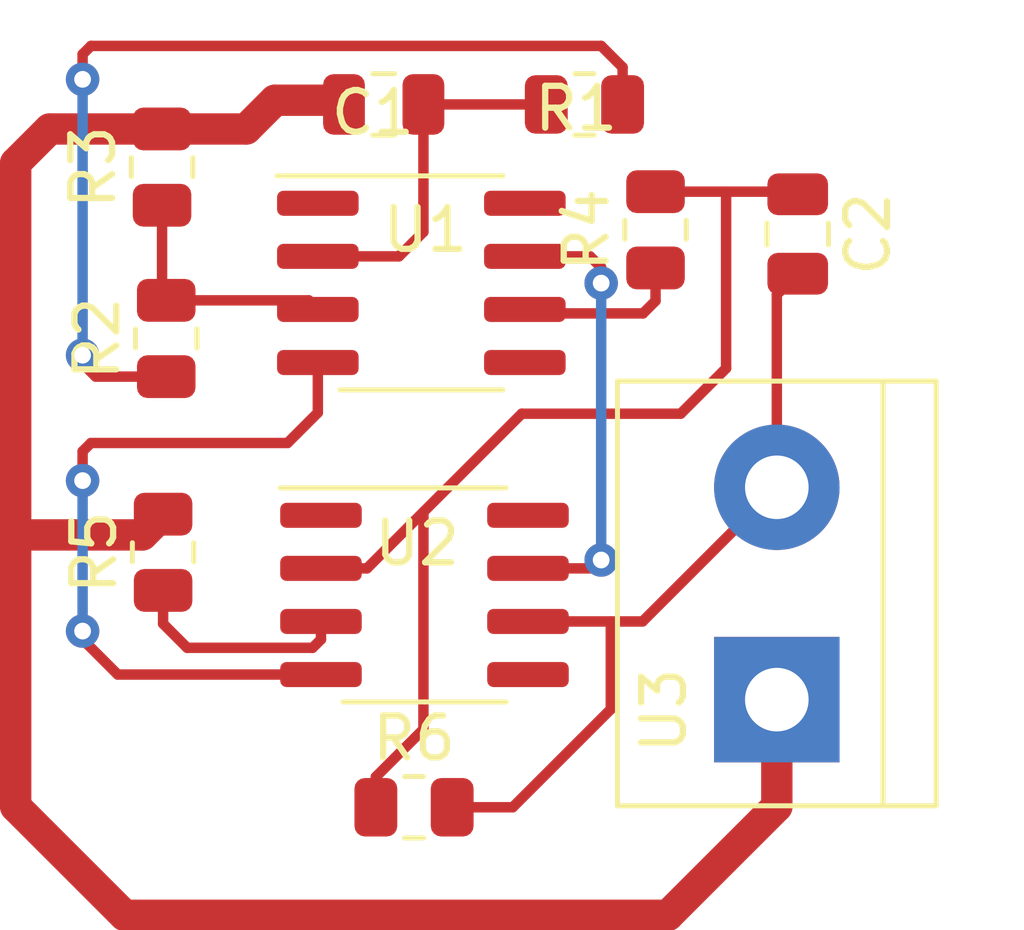
<source format=kicad_pcb>
(kicad_pcb (version 20211014) (generator pcbnew)
  (layers (0 "F.Cu" signal) (31 "B.Cu" signal) (34 "B.Paste" user) (35 "F.Paste" user) (36 "B.SilkS" user "B.Silkscreen") (37 "F.SilkS" user "F.Silkscreen") (38 "B.Mask" user) (39 "F.Mask" user) (44 "Edge.Cuts" user))
  (net 0 "")
  (net 1 "Net-(C1-Pad1)")
  (net 2 "Earth")
  (net 3 "Net-(C2-Pad1)")
  (net 4 "Net-(C2-Pad2)")
  (net 5 "Net-(R1-Pad1)")
  (net 6 "Net-(R2-Pad2)")
  (net 7 "Net-(R4-Pad1)")
  (net 8 "Net-(R5-Pad1)")
  (net 10 "VDD")
  (net 12 "VCC")
  (footprint "Resistor_SMD:R_0805_2012Metric" (layer "F.Cu") (at 88.125 65.915 90)
    (fp_text reference "R5" (at 0 -1.65 90) (layer "F.SilkS"))
    (fp_text value "100k")
    (fp_line (start -0.227064 0.735) (end 0.227064 0.735) (layer "F.SilkS") (width 0.12))
    (fp_line (start -0.227064 -0.735) (end 0.227064 -0.735) (layer "F.SilkS") (width 0.12))
    (pad "1" smd roundrect (at -0.9125 0 90) (size 1.025 1.4) (layers "F.Cu" "F.Paste" "F.Mask") (roundrect_rratio 0.243902) (net 8 "Net-(R5-Pad1)"))
    (pad "2" smd roundrect (at 0.9125 0 90) (size 1.025 1.4) (layers "F.Cu" "F.Paste" "F.Mask") (roundrect_rratio 0.243902) (net 2 "Earth"))
  )
  (footprint "Resistor_SMD:R_0805_2012Metric" (layer "F.Cu") (at 98.2 55.2 180)
    (fp_text reference "R1" (at 0.2 -0.1) (layer "F.SilkS"))
    (fp_text value "1k")
    (fp_line (start -0.227064 0.735) (end 0.227064 0.735) (layer "F.SilkS") (width 0.12))
    (fp_line (start -0.227064 -0.735) (end 0.227064 -0.735) (layer "F.SilkS") (width 0.12))
    (pad "1" smd roundrect (at -0.9125 0 180) (size 1.025 1.4) (layers "F.Cu" "F.Paste" "F.Mask") (roundrect_rratio 0.243902) (net 5 "Net-(R1-Pad1)"))
    (pad "2" smd roundrect (at 0.9125 0 180) (size 1.025 1.4) (layers "F.Cu" "F.Paste" "F.Mask") (roundrect_rratio 0.243902) (net 1 "Net-(C1-Pad1)"))
  )
  (footprint "Capacitor_SMD:C_0805_2012Metric" (layer "F.Cu") (at 103.3 58.3 -90)
    (fp_text reference "C2" (at 0 -1.68 90) (layer "F.SilkS"))
    (fp_text value "0.01uF")
    (fp_line (start -0.261252 0.735) (end 0.261252 0.735) (layer "F.SilkS") (width 0.12))
    (fp_line (start -0.261252 -0.735) (end 0.261252 -0.735) (layer "F.SilkS") (width 0.12))
    (pad "1" smd roundrect (at -0.95 0 270) (size 1 1.45) (layers "F.Cu" "F.Paste" "F.Mask") (net 3 "Net-(C2-Pad1)"))
    (pad "2" smd roundrect (at 0.95 0 270) (size 1 1.45) (layers "F.Cu" "F.Paste" "F.Mask") (net 4 "Net-(C2-Pad2)"))
  )
  (footprint "Resistor_SMD:R_0805_2012Metric" (layer "F.Cu") (at 88.2 60.8 90)
    (fp_text reference "R2" (at 0 -1.65 90) (layer "F.SilkS"))
    (fp_text value "10k")
    (fp_line (start -0.227064 0.735) (end 0.227064 0.735) (layer "F.SilkS") (width 0.12))
    (fp_line (start -0.227064 -0.735) (end 0.227064 -0.735) (layer "F.SilkS") (width 0.12))
    (pad "1" smd roundrect (at -0.9125 0 90) (size 1.025 1.4) (layers "F.Cu" "F.Paste" "F.Mask") (roundrect_rratio 0.243902) (net 5 "Net-(R1-Pad1)"))
    (pad "2" smd roundrect (at 0.9125 0 90) (size 1.025 1.4) (layers "F.Cu" "F.Paste" "F.Mask") (roundrect_rratio 0.243902) (net 6 "Net-(R2-Pad2)"))
  )
  (footprint "Package_SO:SOIC-8_3.9x4.9mm_P1.27mm" (layer "F.Cu") (at 94.3 59.47)
    (fp_text reference "U1" (at 0.1 -1.27) (layer "F.SilkS"))
    (fp_text value "OPA196xD")
    (fp_line (start 0 2.56) (end 1.95 2.56) (layer "F.SilkS") (width 0.12))
    (fp_line (start 0 -2.56) (end -3.45 -2.56) (layer "F.SilkS") (width 0.12))
    (fp_line (start 0 2.56) (end -1.95 2.56) (layer "F.SilkS") (width 0.12))
    (fp_line (start 0 -2.56) (end 1.95 -2.56) (layer "F.SilkS") (width 0.12))
    (pad "1" smd roundrect (at -2.475 -1.905) (size 1.95 0.6) (layers "F.Cu" "F.Paste" "F.Mask"))
    (pad "2" smd roundrect (at -2.475 -0.635) (size 1.95 0.6) (layers "F.Cu" "F.Paste" "F.Mask") (net 1 "Net-(C1-Pad1)"))
    (pad "3" smd roundrect (at -2.475 0.635) (size 1.95 0.6) (layers "F.Cu" "F.Paste" "F.Mask") (net 6 "Net-(R2-Pad2)"))
    (pad "4" smd roundrect (at -2.475 1.905) (size 1.95 0.6) (layers "F.Cu" "F.Paste" "F.Mask") (net 10 "VDD"))
    (pad "5" smd roundrect (at 2.475 1.905) (size 1.95 0.6) (layers "F.Cu" "F.Paste" "F.Mask"))
    (pad "6" smd roundrect (at 2.475 0.635) (size 1.95 0.6) (layers "F.Cu" "F.Paste" "F.Mask") (net 7 "Net-(R4-Pad1)"))
    (pad "7" smd roundrect (at 2.475 -0.635) (size 1.95 0.6) (layers "F.Cu" "F.Paste" "F.Mask") (net 12 "VCC"))
    (pad "8" smd roundrect (at 2.475 -1.905) (size 1.95 0.6) (layers "F.Cu" "F.Paste" "F.Mask"))
  )
  (footprint "Resistor_SMD:R_0805_2012Metric" (layer "F.Cu") (at 99.9 58.2 90)
    (fp_text reference "R4" (at 0 -1.65 90) (layer "F.SilkS"))
    (fp_text value "100k")
    (fp_line (start -0.227064 0.735) (end 0.227064 0.735) (layer "F.SilkS") (width 0.12))
    (fp_line (start -0.227064 -0.735) (end 0.227064 -0.735) (layer "F.SilkS") (width 0.12))
    (pad "1" smd roundrect (at -0.9125 0 90) (size 1.025 1.4) (layers "F.Cu" "F.Paste" "F.Mask") (roundrect_rratio 0.243902) (net 7 "Net-(R4-Pad1)"))
    (pad "2" smd roundrect (at 0.9125 0 90) (size 1.025 1.4) (layers "F.Cu" "F.Paste" "F.Mask") (roundrect_rratio 0.243902) (net 3 "Net-(C2-Pad1)"))
  )
  (footprint "TerminalBlock:TerminalBlock_bornier-2_P5.08mm" (layer "F.Cu") (at 102.8 69.44 90)
    (fp_text reference "U3" (at -0.26 -2.7 90) (layer "F.SilkS"))
    (fp_text value "Power_in")
    (fp_line (start -2.54 -3.81) (end -2.54 3.81) (layer "F.SilkS") (width 0.12))
    (fp_line (start 7.62 3.81) (end 7.62 -3.81) (layer "F.SilkS") (width 0.12))
    (fp_line (start 7.62 -3.81) (end -2.54 -3.81) (layer "F.SilkS") (width 0.12))
    (fp_line (start -2.54 3.81) (end 7.62 3.81) (layer "F.SilkS") (width 0.12))
    (fp_line (start 7.62 2.54) (end -2.54 2.54) (layer "F.SilkS") (width 0.12))
    (pad "1" thru_hole rect (at 0 0 90) (size 3 3) (drill 1.52) (layers *.Cu *.Mask) (net 2 "Earth"))
    (pad "2" thru_hole circle (at 5.08 0 90) (size 3 3) (drill 1.52) (layers *.Cu *.Mask) (net 4 "Net-(C2-Pad2)"))
  )
  (footprint "Resistor_SMD:R_0805_2012Metric" (layer "F.Cu") (at 88.1 56.7 90)
    (fp_text reference "R3" (at 0 -1.65 90) (layer "F.SilkS"))
    (fp_text value "10k")
    (fp_line (start -0.227064 0.735) (end 0.227064 0.735) (layer "F.SilkS") (width 0.12))
    (fp_line (start -0.227064 -0.735) (end 0.227064 -0.735) (layer "F.SilkS") (width 0.12))
    (pad "1" smd roundrect (at -0.9125 0 90) (size 1.025 1.4) (layers "F.Cu" "F.Paste" "F.Mask") (roundrect_rratio 0.243902) (net 6 "Net-(R2-Pad2)"))
    (pad "2" smd roundrect (at 0.9125 0 90) (size 1.025 1.4) (layers "F.Cu" "F.Paste" "F.Mask") (roundrect_rratio 0.243902) (net 2 "Earth"))
  )
  (footprint "Capacitor_SMD:C_0805_2012Metric" (layer "F.Cu") (at 93.4 55.2 180)
    (fp_text reference "C1" (at 0.261252 -0.2) (layer "F.SilkS"))
    (fp_text value "0.01uF" hide)
    (fp_line (start -0.261252 0.735) (end 0.261252 0.735) (layer "F.SilkS") (width 0.12))
    (fp_line (start -0.261252 -0.735) (end 0.261252 -0.735) (layer "F.SilkS") (width 0.12))
    (pad "1" smd roundrect (at -0.95 0 180) (size 1 1.45) (layers "F.Cu" "F.Paste" "F.Mask") (net 1 "Net-(C1-Pad1)"))
    (pad "2" smd roundrect (at 0.95 0 180) (size 1 1.45) (layers "F.Cu" "F.Paste" "F.Mask") (net 2 "Earth"))
  )
  (footprint "Package_SO:SOIC-8_3.9x4.9mm_P1.27mm" (layer "F.Cu") (at 94.375 66.935)
    (fp_text reference "U2" (at -0.175 -1.235) (layer "F.SilkS"))
    (fp_text value "OPA196xD")
    (fp_line (start 0 -2.56) (end 1.95 -2.56) (layer "F.SilkS") (width 0.12))
    (fp_line (start 0 -2.56) (end -3.45 -2.56) (layer "F.SilkS") (width 0.12))
    (fp_line (start 0 2.56) (end -1.95 2.56) (layer "F.SilkS") (width 0.12))
    (fp_line (start 0 2.56) (end 1.95 2.56) (layer "F.SilkS") (width 0.12))
    (pad "1" smd roundrect (at -2.475 -1.905) (size 1.95 0.6) (layers "F.Cu" "F.Paste" "F.Mask"))
    (pad "2" smd roundrect (at -2.475 -0.635) (size 1.95 0.6) (layers "F.Cu" "F.Paste" "F.Mask") (net 3 "Net-(C2-Pad1)"))
    (pad "3" smd roundrect (at -2.475 0.635) (size 1.95 0.6) (layers "F.Cu" "F.Paste" "F.Mask") (net 8 "Net-(R5-Pad1)"))
    (pad "4" smd roundrect (at -2.475 1.905) (size 1.95 0.6) (layers "F.Cu" "F.Paste" "F.Mask") (net 10 "VDD"))
    (pad "5" smd roundrect (at 2.475 1.905) (size 1.95 0.6) (layers "F.Cu" "F.Paste" "F.Mask"))
    (pad "6" smd roundrect (at 2.475 0.635) (size 1.95 0.6) (layers "F.Cu" "F.Paste" "F.Mask") (net 4 "Net-(C2-Pad2)"))
    (pad "7" smd roundrect (at 2.475 -0.635) (size 1.95 0.6) (layers "F.Cu" "F.Paste" "F.Mask") (net 12 "VCC"))
    (pad "8" smd roundrect (at 2.475 -1.905) (size 1.95 0.6) (layers "F.Cu" "F.Paste" "F.Mask"))
  )
  (footprint "Resistor_SMD:R_0805_2012Metric" (layer "F.Cu") (at 94.125 72.015)
    (fp_text reference "R6" (at 0 -1.65) (layer "F.SilkS"))
    (fp_text value "1M")
    (fp_line (start -0.227064 0.735) (end 0.227064 0.735) (layer "F.SilkS") (width 0.12))
    (fp_line (start -0.227064 -0.735) (end 0.227064 -0.735) (layer "F.SilkS") (width 0.12))
    (pad "1" smd roundrect (at -0.9125 0) (size 1.025 1.4) (layers "F.Cu" "F.Paste" "F.Mask") (roundrect_rratio 0.243902) (net 3 "Net-(C2-Pad1)"))
    (pad "2" smd roundrect (at 0.9125 0) (size 1.025 1.4) (layers "F.Cu" "F.Paste" "F.Mask") (roundrect_rratio 0.243902) (net 4 "Net-(C2-Pad2)"))
  )
  (segment (start 94.35 55.2) (end 97.2875 55.2) (width 0.25) (layer "F.Cu") (net 1))
  (segment (start 91.825 58.835) (end 93.765 58.835) (width 0.25) (layer "F.Cu") (net 1))
  (segment (start 93.765 58.835) (end 94.35 58.25) (width 0.25) (layer "F.Cu") (net 1))
  (segment (start 94.35 58.25) (end 94.35 55.2) (width 0.25) (layer "F.Cu") (net 1))
  (segment (start 90.1125 55.7875) (end 90.8 55.1) (width 0.75) (layer "F.Cu") (net 2))
  (segment (start 90.8 55.1) (end 92.35 55.1) (width 0.75) (layer "F.Cu") (net 2))
  (segment (start 84.6 56.6) (end 84.6 65.5) (width 0.75) (layer "F.Cu") (net 2))
  (segment (start 102.8 69.44) (end 102.8 72) (width 0.75) (layer "F.Cu") (net 2))
  (segment (start 87.2 74.6) (end 84.6 72) (width 0.75) (layer "F.Cu") (net 2))
  (segment (start 88.1 55.7875) (end 90.1125 55.7875) (width 0.75) (layer "F.Cu") (net 2))
  (segment (start 85.4125 55.7875) (end 84.6 56.6) (width 0.75) (layer "F.Cu") (net 2))
  (segment (start 87.6275 65.5) (end 88.125 65.0025) (width 0.75) (layer "F.Cu") (net 2))
  (segment (start 100.2 74.6) (end 87.2 74.6) (width 0.75) (layer "F.Cu") (net 2))
  (segment (start 84.6 65.5) (end 87.6275 65.5) (width 0.75) (layer "F.Cu") (net 2))
  (segment (start 102.8 72) (end 100.2 74.6) (width 0.75) (layer "F.Cu") (net 2))
  (segment (start 88.1 55.7875) (end 85.4125 55.7875) (width 0.75) (layer "F.Cu") (net 2))
  (segment (start 92.35 55.1) (end 92.45 55.2) (width 0.75) (layer "F.Cu") (net 2))
  (segment (start 84.6 72) (end 84.6 65.5) (width 0.75) (layer "F.Cu") (net 2))
  (segment (start 93.2125 71.2875) (end 94.35 70.15) (width 0.25) (layer "F.Cu") (net 3))
  (segment (start 93.2125 72.015) (end 93.2125 71.2875) (width 0.25) (layer "F.Cu") (net 3))
  (segment (start 99.9 57.2875) (end 101.5875 57.2875) (width 0.25) (layer "F.Cu") (net 3))
  (segment (start 93 66.3) (end 94.35 64.95) (width 0.25) (layer "F.Cu") (net 3))
  (segment (start 101.5875 57.2875) (end 103.2375 57.2875) (width 0.25) (layer "F.Cu") (net 3))
  (segment (start 101.5875 61.5125) (end 101.5875 57.2875) (width 0.25) (layer "F.Cu") (net 3))
  (segment (start 96.7 62.6) (end 100.5 62.6) (width 0.25) (layer "F.Cu") (net 3))
  (segment (start 91.9 66.3) (end 93 66.3) (width 0.25) (layer "F.Cu") (net 3))
  (segment (start 100.5 62.6) (end 101.5875 61.5125) (width 0.25) (layer "F.Cu") (net 3))
  (segment (start 103.2375 57.2875) (end 103.3 57.35) (width 0.25) (layer "F.Cu") (net 3))
  (segment (start 94.35 70.15) (end 94.35 64.95) (width 0.25) (layer "F.Cu") (net 3))
  (segment (start 94.35 64.95) (end 96.7 62.6) (width 0.25) (layer "F.Cu") (net 3))
  (segment (start 95.0375 72.015) (end 96.485 72.015) (width 0.25) (layer "F.Cu") (net 4))
  (segment (start 99.59 67.57) (end 98.83 67.57) (width 0.25) (layer "F.Cu") (net 4))
  (segment (start 96.485 72.015) (end 98.83 69.67) (width 0.25) (layer "F.Cu") (net 4))
  (segment (start 102.8 59.75) (end 102.8 64.36) (width 0.25) (layer "F.Cu") (net 4))
  (segment (start 98.83 67.57) (end 96.85 67.57) (width 0.25) (layer "F.Cu") (net 4))
  (segment (start 102.8 64.36) (end 99.59 67.57) (width 0.25) (layer "F.Cu") (net 4))
  (segment (start 103.3 59.25) (end 102.8 59.75) (width 0.25) (layer "F.Cu") (net 4))
  (segment (start 98.83 69.67) (end 98.83 67.57) (width 0.25) (layer "F.Cu") (net 4))
  (segment (start 86.2 54) (end 86.4 53.8) (width 0.25) (layer "F.Cu") (net 5))
  (segment (start 86.2 54.6) (end 86.2 54) (width 0.25) (layer "F.Cu") (net 5))
  (segment (start 88.2 61.7125) (end 86.5125 61.7125) (width 0.25) (layer "F.Cu") (net 5))
  (segment (start 86.4 53.8) (end 98.6 53.8) (width 0.25) (layer "F.Cu") (net 5))
  (segment (start 86.2 61.4) (end 86.2 61.2) (width 0.25) (layer "F.Cu") (net 5))
  (segment (start 86.5125 61.7125) (end 86.2 61.4) (width 0.25) (layer "F.Cu") (net 5))
  (segment (start 99.1125 54.3125) (end 99.1125 55.2) (width 0.25) (layer "F.Cu") (net 5))
  (segment (start 98.6 53.8) (end 99.1125 54.3125) (width 0.25) (layer "F.Cu") (net 5))
  (via (at 86.2 61.2) (size 0.8) (drill 0.4) (layers "F.Cu" "B.Cu") (net 5))
  (via (at 86.2 54.6) (size 0.8) (drill 0.4) (layers "F.Cu" "B.Cu") (net 5))
  (segment (start 86.2 61.2) (end 86.2 54.6) (width 0.25) (layer "B.Cu") (net 5))
  (segment (start 88.1 59.7875) (end 88.2 59.8875) (width 0.25) (layer "F.Cu") (net 6))
  (segment (start 88.2 59.8875) (end 91.6075 59.8875) (width 0.25) (layer "F.Cu") (net 6))
  (segment (start 91.6075 59.8875) (end 91.825 60.105) (width 0.25) (layer "F.Cu") (net 6))
  (segment (start 88.1 57.6125) (end 88.1 59.7875) (width 0.25) (layer "F.Cu") (net 6))
  (segment (start 99.9 59.9) (end 99.6 60.2) (width 0.25) (layer "F.Cu") (net 7))
  (segment (start 99.9 59.1125) (end 99.9 59.9) (width 0.25) (layer "F.Cu") (net 7))
  (segment (start 99.6 60.2) (end 96.87 60.2) (width 0.25) (layer "F.Cu") (net 7))
  (segment (start 96.87 60.2) (end 96.775 60.105) (width 0.25) (layer "F.Cu") (net 7))
  (segment (start 88.125 66.8275) (end 88.125 67.625) (width 0.25) (layer "F.Cu") (net 8))
  (segment (start 88.125 67.625) (end 88.7 68.2) (width 0.25) (layer "F.Cu") (net 8))
  (segment (start 91.7 68.2) (end 91.9 68) (width 0.25) (layer "F.Cu") (net 8))
  (segment (start 91.9 68) (end 91.9 67.57) (width 0.25) (layer "F.Cu") (net 8))
  (segment (start 88.7 68.2) (end 91.7 68.2) (width 0.25) (layer "F.Cu") (net 8))
  (segment (start 91.825 62.575) (end 91.825 61.375) (width 0.25) (layer "F.Cu") (net 10))
  (segment (start 87.04 68.84) (end 86.2 68) (width 0.25) (layer "F.Cu") (net 10))
  (segment (start 86.2 68) (end 86.2 67.8) (width 0.25) (layer "F.Cu") (net 10))
  (segment (start 86.2 64.2) (end 86.2 63.5) (width 0.25) (layer "F.Cu") (net 10))
  (segment (start 86.2 63.5) (end 86.4 63.3) (width 0.25) (layer "F.Cu") (net 10))
  (segment (start 86.4 63.3) (end 91.1 63.3) (width 0.25) (layer "F.Cu") (net 10))
  (segment (start 91.1 63.3) (end 91.825 62.575) (width 0.25) (layer "F.Cu") (net 10))
  (segment (start 91.9 68.84) (end 87.04 68.84) (width 0.25) (layer "F.Cu") (net 10))
  (via (at 86.2 67.8) (size 0.8) (drill 0.4) (layers "F.Cu" "B.Cu") (net 10))
  (via (at 86.2 64.2) (size 0.8) (drill 0.4) (layers "F.Cu" "B.Cu") (net 10))
  (segment (start 86.2 67.8) (end 86.2 64.2) (width 0.25) (layer "B.Cu") (net 10))
  (segment (start 98.6 59.4755) (end 98.6 59.1) (width 0.25) (layer "F.Cu") (net 12))
  (segment (start 98.4 66.3) (end 98.6 66.1) (width 0.25) (layer "F.Cu") (net 12))
  (segment (start 96.85 66.3) (end 98.4 66.3) (width 0.25) (layer "F.Cu") (net 12))
  (segment (start 98.6 59.1) (end 98.335 58.835) (width 0.25) (layer "F.Cu") (net 12))
  (segment (start 98.335 58.835) (end 96.775 58.835) (width 0.25) (layer "F.Cu") (net 12))
  (via (at 98.6 66.1) (size 0.8) (drill 0.4) (layers "F.Cu" "B.Cu") (net 12))
  (via (at 98.6 59.4755) (size 0.8) (drill 0.4) (layers "F.Cu" "B.Cu") (net 12))
  (segment (start 98.6 66.1) (end 98.6 59.4755) (width 0.25) (layer "B.Cu") (net 12))
)
</source>
